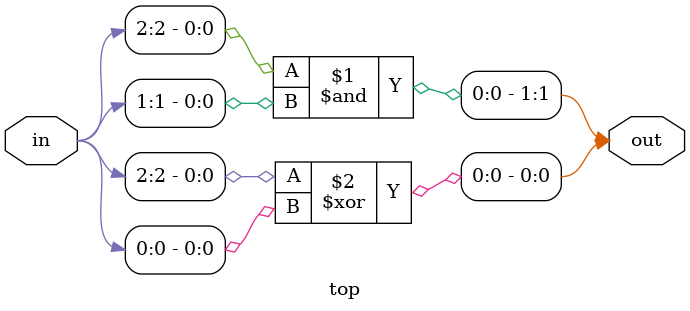
<source format=sv>
module top (
	input [2:0] in,
	output [1:0] out
);

	assign out[1] = in[2] & in[1]; // Adding the most significant bit
	assign out[0] = in[2] ^ in[0]; // Adding the least significant bit

endmodule

</source>
